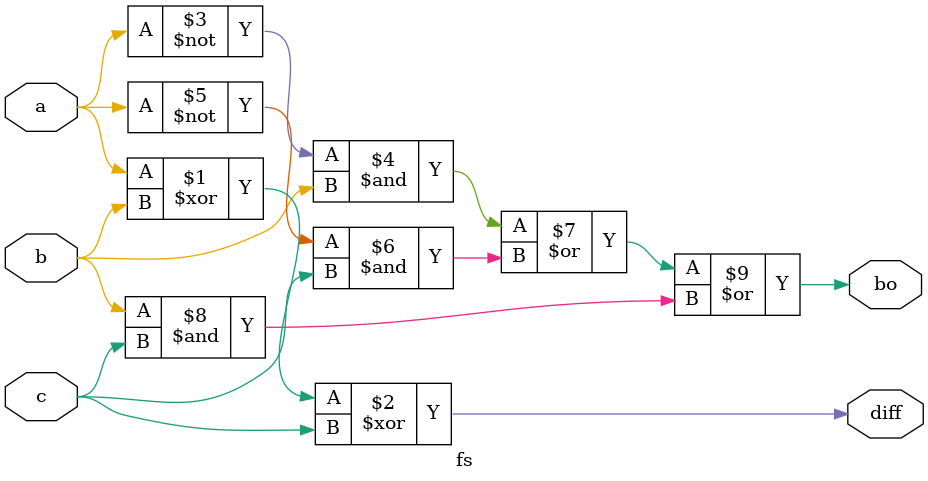
<source format=v>
module fs(input a,b,c,

output diff,bo);

assign diff = (a^b^c);

assign bo =(~a&b) | (~a&c) | (b&c);

endmodule
</source>
